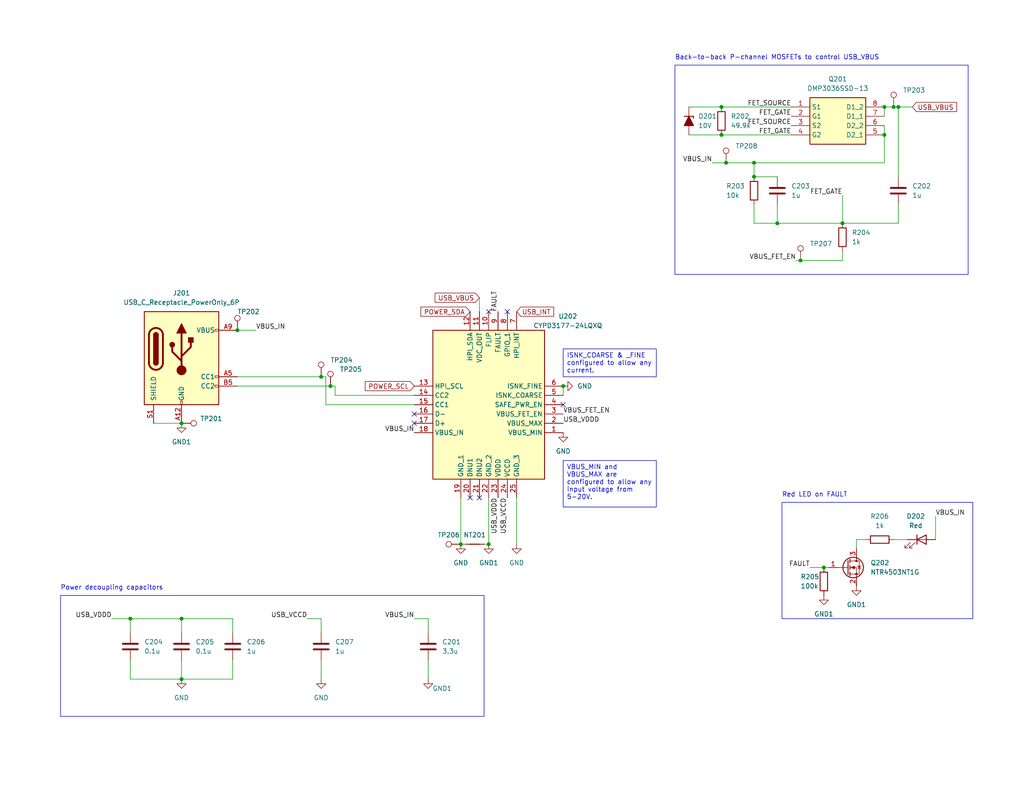
<source format=kicad_sch>
(kicad_sch (version 20230121) (generator eeschema)
  (paper "USLetter")
  (lib_symbols
    (symbol "CYPD3177-24lq:CYPD3177-24LQXQ"
      (property "Reference" "IC" (at 36.83 17.78 0))
      (property "Value" "CYPD3177-24LQXQ" (at 36.83 15.24 0))
      (symbol "CYPD3177-24LQXQ_1_1"
        (rectangle (start 5.08 12.7) (end 35.56 -27.94) (stroke (width 0.254)) (fill (type background)))
        (pin passive line (at 0 0 0) (length 5.08) (name "VBUS_MIN") (number "1"))
        (pin passive line (at 20.32 -33.02 90) (length 5.08) (name "FLIP") (number "10"))
        (pin passive line (at 22.86 -33.02 90) (length 5.08) (name "VDC_OUT") (number "11"))
        (pin passive line (at 25.4 -33.02 90) (length 5.08) (name "HPI_SDA") (number "12"))
        (pin passive line (at 40.64 -12.7 180) (length 5.08) (name "HPI_SCL") (number "13"))
        (pin passive line (at 40.64 -10.16 180) (length 5.08) (name "CC2") (number "14"))
        (pin passive line (at 40.64 -7.62 180) (length 5.08) (name "CC1") (number "15"))
        (pin passive line (at 40.64 -5.08 180) (length 5.08) (name "D-") (number "16"))
        (pin passive line (at 40.64 -2.54 180) (length 5.08) (name "D+") (number "17"))
        (pin passive line (at 40.64 0 180) (length 5.08) (name "VBUS_IN") (number "18"))
        (pin passive line (at 27.94 17.78 270) (length 5.08) (name "GND_1") (number "19"))
        (pin passive line (at 0 -2.54 0) (length 5.08) (name "VBUS_MAX") (number "2"))
        (pin passive line (at 25.4 17.78 270) (length 5.08) (name "DNU1") (number "20"))
        (pin passive line (at 22.86 17.78 270) (length 5.08) (name "DNU2") (number "21"))
        (pin passive line (at 20.32 17.78 270) (length 5.08) (name "GND_2") (number "22"))
        (pin passive line (at 17.78 17.78 270) (length 5.08) (name "VDDD") (number "23"))
        (pin passive line (at 15.24 17.78 270) (length 5.08) (name "VCCD") (number "24"))
        (pin passive line (at 12.7 17.78 270) (length 5.08) (name "GND_3") (number "25"))
        (pin passive line (at 0 -5.08 0) (length 5.08) (name "VBUS_FET_EN") (number "3"))
        (pin passive line (at 0 -7.62 0) (length 5.08) (name "SAFE_PWR_EN") (number "4"))
        (pin passive line (at 0 -10.16 0) (length 5.08) (name "ISNK_COARSE") (number "5"))
        (pin passive line (at 0 -12.7 0) (length 5.08) (name "ISNK_FINE") (number "6"))
        (pin passive line (at 12.7 -33.02 90) (length 5.08) (name "HPI_INT") (number "7"))
        (pin passive line (at 15.24 -33.02 90) (length 5.08) (name "GPIO_1") (number "8"))
        (pin passive line (at 17.78 -33.02 90) (length 5.08) (name "FAULT") (number "9"))
      )
    )
    (symbol "Connector:TestPoint" (pin_numbers hide) (pin_names (offset 0.762) hide)
      (property "Reference" "TP" (at 0 6.858 0))
      (property "Value" "TestPoint" (at 0 5.08 0))
      (symbol "TestPoint_0_1"
        (circle (center 0 3.302) (radius 0.762))
      )
      (symbol "TestPoint_1_1"
        (pin passive line (at 0 0 90) (length 2.54) (name "1") (number "1"))
      )
    )
    (symbol "Connector:USB_C_Receptacle_PowerOnly_6P" (pin_names (offset 1.016))
      (property "Reference" "J" (at 0 16.51 0))
      (property "Value" "USB_C_Receptacle_PowerOnly_6P" (at 0 13.97 0))
      (symbol "USB_C_Receptacle_PowerOnly_6P_0_0"
        (rectangle (start -0.254 -12.7) (end 0.254 -11.684))
        (rectangle (start 10.16 -7.366) (end 9.144 -7.874))
        (rectangle (start 10.16 -4.826) (end 9.144 -5.334))
        (rectangle (start 10.16 7.874) (end 9.144 7.366))
      )
      (symbol "USB_C_Receptacle_PowerOnly_6P_0_1"
        (rectangle (start -10.16 12.7) (end 10.16 -12.7) (stroke (width 0.254)) (fill (type background)))
        (arc (start -8.89 -1.27) (mid -6.985 -3.1667) (end -5.08 -1.27) (stroke (width 0.508)))
        (arc (start -7.62 -1.27) (mid -6.985 -1.9023) (end -6.35 -1.27) (stroke (width 0.254)))
        (arc (start -7.62 -1.27) (mid -6.985 -1.9023) (end -6.35 -1.27) (stroke (width 0.254)) (fill (type outline)))
        (rectangle (start -7.62 -1.27) (end -6.35 6.35) (stroke (width 0.254)) (fill (type outline)))
        (arc (start -6.35 6.35) (mid -6.985 6.9823) (end -7.62 6.35) (stroke (width 0.254)))
        (arc (start -6.35 6.35) (mid -6.985 6.9823) (end -7.62 6.35) (stroke (width 0.254)) (fill (type outline)))
        (arc (start -5.08 6.35) (mid -6.985 8.2467) (end -8.89 6.35) (stroke (width 0.508)))
        (circle (center -2.54 3.683) (radius 0.635) (stroke (width 0.254)) (fill (type outline)))
        (circle (center 0 -3.302) (radius 1.27) (fill (type outline)))
        (polyline (pts (xy -8.89 -1.27) (xy -8.89 6.35)) (stroke (width 0.508)))
        (polyline (pts (xy -5.08 6.35) (xy -5.08 -1.27)) (stroke (width 0.508)))
        (polyline (pts (xy 0 -3.302) (xy 0 6.858)) (stroke (width 0.508)))
        (polyline (pts (xy 0 -0.762) (xy -2.54 1.778) (xy -2.54 3.048)) (stroke (width 0.508)))
        (polyline (pts (xy 0 0.508) (xy 2.54 3.048) (xy 2.54 4.318)) (stroke (width 0.508)))
        (polyline (pts (xy -1.27 6.858) (xy 0 9.398) (xy 1.27 6.858) (xy -1.27 6.858)) (stroke (width 0.254)) (fill (type outline)))
        (rectangle (start 1.905 4.318) (end 3.175 5.588) (stroke (width 0.254)) (fill (type outline)))
      )
      (symbol "USB_C_Receptacle_PowerOnly_6P_1_1"
        (pin passive line (at 0 -17.78 90) (length 5.08) (name "GND") (number "A12"))
        (pin bidirectional line (at 15.24 -5.08 180) (length 5.08) (name "CC1") (number "A5"))
        (pin passive line (at 15.24 7.62 180) (length 5.08) (name "VBUS") (number "A9"))
        (pin passive line (at 0 -17.78 90) (length 5.08) hide (name "GND") (number "B12"))
        (pin bidirectional line (at 15.24 -7.62 180) (length 5.08) (name "CC2") (number "B5"))
        (pin passive line (at 15.24 7.62 180) (length 5.08) hide (name "VBUS") (number "B9"))
        (pin passive line (at -7.62 -17.78 90) (length 5.08) (name "SHIELD") (number "S1"))
      )
    )
    (symbol "DMP3036SSD-13:DMP3036SSD-13"
      (property "Reference" "Q" (at 21.59 7.62 0))
      (property "Value" "DMP3036SSD-13" (at 21.59 5.08 0))
      (symbol "DMP3036SSD-13_1_1"
        (rectangle (start 5.08 2.54) (end 20.32 -10.16) (stroke (width 0.254)) (fill (type background)))
        (pin passive line (at 0 0 0) (length 5.08) (name "S1") (number "1"))
        (pin passive line (at 0 -2.54 0) (length 5.08) (name "G1") (number "2"))
        (pin passive line (at 0 -5.08 0) (length 5.08) (name "S2") (number "3"))
        (pin passive line (at 0 -7.62 0) (length 5.08) (name "G2") (number "4"))
        (pin passive line (at 25.4 -7.62 180) (length 5.08) (name "D2_1") (number "5"))
        (pin passive line (at 25.4 -5.08 180) (length 5.08) (name "D2_2") (number "6"))
        (pin passive line (at 25.4 -2.54 180) (length 5.08) (name "D1_1") (number "7"))
        (pin passive line (at 25.4 0 180) (length 5.08) (name "D1_2") (number "8"))
      )
    )
    (symbol "Device:C" (pin_numbers hide) (pin_names (offset 0.254))
      (property "Reference" "C" (at 0.635 2.54 0))
      (property "Value" "C" (at 0.635 -2.54 0))
      (symbol "C_0_1"
        (polyline (pts (xy -2.032 -0.762) (xy 2.032 -0.762)) (stroke (width 0.508)))
        (polyline (pts (xy -2.032 0.762) (xy 2.032 0.762)) (stroke (width 0.508)))
      )
      (symbol "C_1_1"
        (pin passive line (at 0 3.81 270) (length 2.794) (name "~") (number "1"))
        (pin passive line (at 0 -3.81 90) (length 2.794) (name "~") (number "2"))
      )
    )
    (symbol "Device:D_Zener_Filled" (pin_numbers hide) (pin_names (offset 1.016) hide)
      (property "Reference" "D" (at 0 2.54 0))
      (property "Value" "D_Zener_Filled" (at 0 -2.54 0))
      (symbol "D_Zener_Filled_0_1"
        (polyline (pts (xy 1.27 0) (xy -1.27 0)))
        (polyline (pts (xy -1.27 -1.27) (xy -1.27 1.27) (xy -0.762 1.27)) (stroke (width 0.254)))
        (polyline (pts (xy 1.27 -1.27) (xy 1.27 1.27) (xy -1.27 0) (xy 1.27 -1.27)) (stroke (width 0.254)) (fill (type outline)))
      )
      (symbol "D_Zener_Filled_1_1"
        (pin passive line (at -3.81 0 0) (length 2.54) (name "K") (number "1"))
        (pin passive line (at 3.81 0 180) (length 2.54) (name "A") (number "2"))
      )
    )
    (symbol "Device:LED" (pin_numbers hide) (pin_names (offset 1.016) hide)
      (property "Reference" "D" (at 0 2.54 0))
      (property "Value" "LED" (at 0 -2.54 0))
      (symbol "LED_0_1"
        (polyline (pts (xy -1.27 -1.27) (xy -1.27 1.27)) (stroke (width 0.254)))
        (polyline (pts (xy -1.27 0) (xy 1.27 0)))
        (polyline (pts (xy 1.27 -1.27) (xy 1.27 1.27) (xy -1.27 0) (xy 1.27 -1.27)) (stroke (width 0.254)))
        (polyline (pts (xy -3.048 -0.762) (xy -4.572 -2.286) (xy -3.81 -2.286) (xy -4.572 -2.286) (xy -4.572 -1.524)))
        (polyline (pts (xy -1.778 -0.762) (xy -3.302 -2.286) (xy -2.54 -2.286) (xy -3.302 -2.286) (xy -3.302 -1.524)))
      )
      (symbol "LED_1_1"
        (pin passive line (at -3.81 0 0) (length 2.54) (name "K") (number "1"))
        (pin passive line (at 3.81 0 180) (length 2.54) (name "A") (number "2"))
      )
    )
    (symbol "Device:NetTie_2" (pin_numbers hide) (pin_names (offset 0) hide) (in_bom no)
      (property "Reference" "NT" (at 0 1.27 0))
      (property "Value" "NetTie_2" (at 0 -1.27 0))
      (symbol "NetTie_2_0_1"
        (polyline (pts (xy -1.27 0) (xy 1.27 0)) (stroke (width 0.254)))
      )
      (symbol "NetTie_2_1_1"
        (pin passive line (at -2.54 0 0) (length 2.54) (name "1") (number "1"))
        (pin passive line (at 2.54 0 180) (length 2.54) (name "2") (number "2"))
      )
    )
    (symbol "Device:R" (pin_numbers hide) (pin_names (offset 0))
      (property "Reference" "R" (at 2.032 0 90))
      (property "Value" "R" (at 0 0 90))
      (symbol "R_0_1"
        (rectangle (start -1.016 -2.54) (end 1.016 2.54) (stroke (width 0.254)))
      )
      (symbol "R_1_1"
        (pin passive line (at 0 3.81 270) (length 1.27) (name "~") (number "1"))
        (pin passive line (at 0 -3.81 90) (length 1.27) (name "~") (number "2"))
      )
    )
    (symbol "Transistor_FET:BSS138" (pin_names hide)
      (property "Reference" "Q" (at 5.08 1.905 0))
      (property "Value" "BSS138" (at 5.08 0 0))
      (symbol "BSS138_0_1"
        (polyline (pts (xy 0.254 0) (xy -2.54 0)))
        (polyline (pts (xy 0.254 1.905) (xy 0.254 -1.905)) (stroke (width 0.254)))
        (polyline (pts (xy 0.762 -1.27) (xy 0.762 -2.286)) (stroke (width 0.254)))
        (polyline (pts (xy 0.762 0.508) (xy 0.762 -0.508)) (stroke (width 0.254)))
        (polyline (pts (xy 0.762 2.286) (xy 0.762 1.27)) (stroke (width 0.254)))
        (polyline (pts (xy 2.54 2.54) (xy 2.54 1.778)))
        (polyline (pts (xy 2.54 -2.54) (xy 2.54 0) (xy 0.762 0)))
        (polyline (pts (xy 0.762 -1.778) (xy 3.302 -1.778) (xy 3.302 1.778) (xy 0.762 1.778)))
        (polyline (pts (xy 1.016 0) (xy 2.032 0.381) (xy 2.032 -0.381) (xy 1.016 0)) (fill (type outline)))
        (polyline (pts (xy 2.794 0.508) (xy 2.921 0.381) (xy 3.683 0.381) (xy 3.81 0.254)))
        (polyline (pts (xy 3.302 0.381) (xy 2.921 -0.254) (xy 3.683 -0.254) (xy 3.302 0.381)))
        (circle (center 1.651 0) (radius 2.794) (stroke (width 0.254)))
        (circle (center 2.54 -1.778) (radius 0.254) (fill (type outline)))
        (circle (center 2.54 1.778) (radius 0.254) (fill (type outline)))
      )
      (symbol "BSS138_1_1"
        (pin input line (at -5.08 0 0) (length 2.54) (name "G") (number "1"))
        (pin passive line (at 2.54 -5.08 90) (length 2.54) (name "S") (number "2"))
        (pin passive line (at 2.54 5.08 270) (length 2.54) (name "D") (number "3"))
      )
    )
    (symbol "power:GND" (power) (pin_names (offset 0))
      (property "Value" "GND" (at 0 -3.81 0))
      (symbol "GND_0_1"
        (polyline (pts (xy 0 0) (xy 0 -1.27) (xy 1.27 -1.27) (xy 0 -2.54) (xy -1.27 -1.27) (xy 0 -1.27)))
      )
      (symbol "GND_1_1"
        (pin power_in line (at 0 0 270) (length 0) hide (name "GND") (number "1"))
      )
    )
    (symbol "power:GND1" (power) (pin_names (offset 0))
      (property "Value" "GND1" (at 0 -3.81 0))
      (symbol "GND1_0_1"
        (polyline (pts (xy 0 0) (xy 0 -1.27) (xy 1.27 -1.27) (xy 0 -2.54) (xy -1.27 -1.27) (xy 0 -1.27)))
      )
      (symbol "GND1_1_1"
        (pin power_in line (at 0 0 270) (length 0) hide (name "GND1") (number "1"))
      )
    )
  )
  (junction (at 205.74 48.26))
  (junction (at 205.74 44.45))
  (junction (at 218.44 71.12))
  (junction (at 245.11 29.21))
  (junction (at 49.53 168.91))
  (junction (at 125.73 148.59))
  (junction (at 153.67 105.41))
  (junction (at 241.3 29.21))
  (junction (at 229.87 60.96))
  (junction (at 90.17 105.41))
  (junction (at 49.53 115.57))
  (junction (at 133.35 148.59))
  (junction (at 243.84 29.21))
  (junction (at 35.56 168.91))
  (junction (at 87.63 102.87))
  (junction (at 241.3 36.83))
  (junction (at 212.09 60.96))
  (junction (at 224.79 154.94))
  (junction (at 196.85 29.21))
  (junction (at 49.53 185.42))
  (junction (at 196.85 36.83))
  (junction (at 198.12 44.45))
  (junction (at 64.77 90.17))
  (no_connect (at 133.35 85.09))
  (no_connect (at 113.03 113.03))
  (no_connect (at 153.67 110.49))
  (no_connect (at 138.43 85.09))
  (no_connect (at 130.81 135.89))
  (no_connect (at 113.03 115.57))
  (no_connect (at 128.27 135.89))
  (wire (pts (xy 233.68 147.32) (xy 233.68 149.86)))
  (wire (pts (xy 30.48 168.91) (xy 35.56 168.91)))
  (wire (pts (xy 241.3 29.21) (xy 243.84 29.21)))
  (wire (pts (xy 116.84 168.91) (xy 116.84 172.72)))
  (wire (pts (xy 241.3 34.29) (xy 241.3 36.83)))
  (wire (pts (xy 241.3 44.45) (xy 205.74 44.45)))
  (wire (pts (xy 90.17 105.41) (xy 64.77 105.41)))
  (wire (pts (xy 63.5 168.91) (xy 63.5 172.72)))
  (wire (pts (xy 196.85 29.21) (xy 215.9 29.21)))
  (wire (pts (xy 187.96 36.83) (xy 196.85 36.83)))
  (wire (pts (xy 130.81 81.28) (xy 130.81 85.09)))
  (wire (pts (xy 245.11 60.96) (xy 229.87 60.96)))
  (wire (pts (xy 88.9 110.49) (xy 113.03 110.49)))
  (wire (pts (xy 218.44 71.12) (xy 229.87 71.12)))
  (wire (pts (xy 205.74 60.96) (xy 212.09 60.96)))
  (wire (pts (xy 63.5 185.42) (xy 49.53 185.42)))
  (wire (pts (xy 198.12 44.45) (xy 205.74 44.45)))
  (wire (pts (xy 220.98 154.94) (xy 224.79 154.94)))
  (wire (pts (xy 255.27 140.97) (xy 255.27 147.32)))
  (wire (pts (xy 35.56 180.34) (xy 35.56 185.42)))
  (wire (pts (xy 35.56 168.91) (xy 49.53 168.91)))
  (wire (pts (xy 212.09 55.88) (xy 212.09 60.96)))
  (wire (pts (xy 243.84 147.32) (xy 247.65 147.32)))
  (wire (pts (xy 153.67 105.41) (xy 153.67 107.95)))
  (wire (pts (xy 113.03 168.91) (xy 116.84 168.91)))
  (wire (pts (xy 245.11 55.88) (xy 245.11 60.96)))
  (wire (pts (xy 236.22 147.32) (xy 233.68 147.32)))
  (wire (pts (xy 243.84 29.21) (xy 245.11 29.21)))
  (wire (pts (xy 241.3 29.21) (xy 241.3 31.75)))
  (wire (pts (xy 116.84 180.34) (xy 116.84 185.42)))
  (wire (pts (xy 229.87 53.34) (xy 229.87 60.96)))
  (wire (pts (xy 91.44 105.41) (xy 90.17 105.41)))
  (wire (pts (xy 49.53 168.91) (xy 49.53 172.72)))
  (wire (pts (xy 196.85 36.83) (xy 215.9 36.83)))
  (wire (pts (xy 87.63 168.91) (xy 87.63 172.72)))
  (wire (pts (xy 125.73 148.59) (xy 127 148.59)))
  (wire (pts (xy 49.53 168.91) (xy 63.5 168.91)))
  (wire (pts (xy 87.63 180.34) (xy 87.63 185.42)))
  (wire (pts (xy 205.74 55.88) (xy 205.74 60.96)))
  (wire (pts (xy 140.97 148.59) (xy 140.97 135.89)))
  (wire (pts (xy 229.87 71.12) (xy 229.87 68.58)))
  (wire (pts (xy 125.73 148.59) (xy 125.73 135.89)))
  (wire (pts (xy 91.44 105.41) (xy 91.44 107.95)))
  (wire (pts (xy 133.35 148.59) (xy 133.35 135.89)))
  (wire (pts (xy 132.08 148.59) (xy 133.35 148.59)))
  (wire (pts (xy 187.96 29.21) (xy 196.85 29.21)))
  (wire (pts (xy 194.31 44.45) (xy 198.12 44.45)))
  (wire (pts (xy 212.09 60.96) (xy 229.87 60.96)))
  (wire (pts (xy 88.9 102.87) (xy 88.9 110.49)))
  (wire (pts (xy 217.17 71.12) (xy 218.44 71.12)))
  (wire (pts (xy 205.74 48.26) (xy 212.09 48.26)))
  (wire (pts (xy 205.74 44.45) (xy 205.74 48.26)))
  (wire (pts (xy 83.82 168.91) (xy 87.63 168.91)))
  (wire (pts (xy 245.11 29.21) (xy 248.92 29.21)))
  (wire (pts (xy 64.77 90.17) (xy 69.85 90.17)))
  (wire (pts (xy 224.79 154.94) (xy 226.06 154.94)))
  (wire (pts (xy 41.91 115.57) (xy 49.53 115.57)))
  (wire (pts (xy 241.3 36.83) (xy 241.3 44.45)))
  (wire (pts (xy 87.63 102.87) (xy 64.77 102.87)))
  (wire (pts (xy 91.44 107.95) (xy 113.03 107.95)))
  (wire (pts (xy 63.5 180.34) (xy 63.5 185.42)))
  (wire (pts (xy 35.56 185.42) (xy 49.53 185.42)))
  (wire (pts (xy 88.9 102.87) (xy 87.63 102.87)))
  (wire (pts (xy 245.11 29.21) (xy 245.11 48.26)))
  (wire (pts (xy 35.56 172.72) (xy 35.56 168.91)))
  (wire (pts (xy 49.53 180.34) (xy 49.53 185.42)))
  (rectangle (start 16.51 162.56) (end 132.08 195.58))
  (rectangle (start 213.36 137.16) (end 265.43 168.91))
  (rectangle (start 184.15 17.78) (end 264.16 74.93))
  (text_box "VBUS_MIN and VBUS_MAX are configured to allow any input voltage from 5-20V." (at 153.67 125.73 0) (size 25.4 12.7) (effects (font (size 1.27 1.27)) (justify left top)))
  (text_box "ISNK_COARSE & _FINE configured to allow any current." (at 153.67 95.25 0) (size 25.4 7.62) (effects (font (size 1.27 1.27)) (justify left top)))
  (text "Back-to-back P-channel MOSFETs to control USB_VBUS" (at 184.15 16.51 0) (effects (font (size 1.27 1.27)) (justify left bottom)))
  (text "Power decoupling capacitors" (at 16.51 161.29 0) (effects (font (size 1.27 1.27)) (justify left bottom)))
  (text "Red LED on FAULT" (at 213.36 135.89 0) (effects (font (size 1.27 1.27)) (justify left bottom)))
  (label "USB_VCCD" (at 138.43 135.89 270))
  (label "VBUS_IN" (at 255.27 140.97 0))
  (label "FET_GATE" (at 215.9 31.75 180))
  (label "USB_VCCD" (at 83.82 168.91 180))
  (label "FAULT" (at 220.98 154.94 180))
  (label "USB_VDDD" (at 30.48 168.91 180))
  (label "VBUS_FET_EN" (at 153.67 113.03 0))
  (label "FET_GATE" (at 215.9 36.83 180))
  (label "FET_SOURCE" (at 215.9 29.21 180))
  (label "VBUS_IN" (at 113.03 118.11 180))
  (label "VBUS_IN" (at 69.85 90.17 0))
  (label "VBUS_IN" (at 113.03 168.91 180))
  (label "FET_GATE" (at 229.87 53.34 180))
  (label "USB_VDDD" (at 153.67 115.57 0))
  (label "FET_SOURCE" (at 215.9 34.29 180))
  (label "VBUS_IN" (at 194.31 44.45 180))
  (label "FAULT" (at 135.89 85.09 90))
  (label "VBUS_FET_EN" (at 217.17 71.12 180))
  (label "USB_VDDD" (at 135.89 135.89 270))
  (global_label "POWER_SCL" (shape input) (at 113.03 105.41 180) (property "Intersheetrefs" "${INTERSHEET_REFS}" (effects hide)))
  (global_label "USB_VBUS" (shape input) (at 130.81 81.28 180) (property "Intersheetrefs" "${INTERSHEET_REFS}" (effects hide)))
  (global_label "POWER_SDA" (shape input) (at 128.27 85.09 180) (property "Intersheetrefs" "${INTERSHEET_REFS}" (effects hide)))
  (global_label "USB_INT" (shape input) (at 140.97 85.09 0) (property "Intersheetrefs" "${INTERSHEET_REFS}" (effects hide)))
  (global_label "USB_VBUS" (shape input) (at 248.92 29.21 0) (property "Intersheetrefs" "${INTERSHEET_REFS}" (effects hide)))
  (symbol (lib_id "power:GND") (at 49.53 185.42 0) (unit 1)
    (property "Reference" "#PWR0205" (effects hide))
    (property "Value" "GND" (at 49.53 190.5 0))
  )
  (symbol (lib_id "Connector:TestPoint") (at 198.12 44.45 0) (unit 1)
    (property "Reference" "TP208" (at 200.66 39.878 0) (effects (justify left)))
    (property "Value" "TestPoint" (effects hide))
  )
  (symbol (lib_id "Device:R") (at 196.85 33.02 0) (unit 1)
    (property "Reference" "R202" (at 199.39 31.75 0) (effects (justify left)))
    (property "Value" "49.9k" (at 199.39 34.29 0) (effects (justify left)))
    (property "Footprint" "Resistor_SMD:R_0603_1608Metric" (effects hide))
    (property "MPN" "C227502" (effects hide))
    (property "Manufacturer" "YAGEO" (effects hide))
    (property "Manufacturer Part Number" "AC0603DR-0749K9L" (effects hide))
  )
  (symbol (lib_id "power:GND1") (at 116.84 185.42 0) (unit 1)
    (property "Reference" "#PWR07" (effects hide))
    (property "Value" "GND1" (at 120.65 187.96 0))
  )
  (symbol (lib_id "Device:C") (at 87.63 176.53 0) (unit 1)
    (property "Reference" "C207" (at 91.44 175.26 0) (effects (justify left)))
    (property "Value" "1u" (at 91.44 177.8 0) (effects (justify left)))
    (property "Footprint" "Capacitor_SMD:C_0805_2012Metric" (effects hide))
    (property "MPN" "C726584" (effects hide))
    (property "Manufacturer" "YAGEO" (effects hide))
    (property "Manufacturer Part Number" "AC0805KKX7R9BB105" (effects hide))
    (property "Active" "Y" (effects hide))
    (property "Specs" "1.8" (effects hide))
  )
  (symbol (lib_id "Connector:TestPoint") (at 90.17 105.41 0) (unit 1)
    (property "Reference" "TP205" (at 92.71 100.838 0) (effects (justify left)))
    (property "Value" "TestPoint" (effects hide))
  )
  (symbol (lib_id "power:GND") (at 140.97 148.59 0) (unit 1)
    (property "Reference" "#PWR0201" (effects hide))
    (property "Value" "GND" (at 140.97 153.67 0))
  )
  (symbol (lib_id "Connector:TestPoint") (at 64.77 90.17 0) (unit 1)
    (property "Reference" "TP202" (at 64.77 85.09 0) (effects (justify left)))
    (property "Value" "TestPoint" (effects hide))
    (property "Footprint" "TestPoint:TestPoint_Keystone_5005-5009_Compact" (effects hide))
    (property "MPN" "C238126" (effects hide))
    (property "Manufacturer" "Keystone" (effects hide))
    (property "Manufacturer Part Number" "5009" (effects hide))
  )
  (symbol (lib_id "Device:D_Zener_Filled") (at 187.96 33.02 270) (unit 1)
    (property "Reference" "D201" (at 190.5 31.75 90) (effects (justify left)))
    (property "Value" "10V" (at 190.5 34.29 90) (effects (justify left)))
    (property "Footprint" "Diode_SMD:D_SOD-323" (effects hide))
    (property "MPN" "C268644" (effects hide))
    (property "Manufacturer" "PANJIT International" (effects hide))
    (property "Manufacturer Part Number" "PDZ10B_R1_00001" (effects hide))
  )
  (symbol (lib_id "Connector:TestPoint") (at 87.63 102.87 0) (unit 1)
    (property "Reference" "TP204" (at 90.17 98.298 0) (effects (justify left)))
    (property "Value" "TestPoint" (effects hide))
  )
  (symbol (lib_id "Device:R") (at 205.74 52.07 0) (unit 1)
    (property "Reference" "R203" (at 198.12 50.8 0) (effects (justify left)))
    (property "Value" "10k" (at 198.12 53.34 0) (effects (justify left)))
    (property "Footprint" "Resistor_SMD:R_0603_1608Metric" (effects hide))
    (property "MPN" "C114851" (effects hide))
    (property "Manufacturer" "ROHM Semicon" (effects hide))
    (property "Manufacturer Part Number" "MCR03EZPJ103" (effects hide))
  )
  (symbol (lib_id "power:GND") (at 153.67 105.41 90) (unit 1)
    (property "Reference" "#PWR0204" (effects hide))
    (property "Value" "GND" (at 157.48 105.41 90) (effects (justify right)))
  )
  (symbol (lib_id "power:GND") (at 125.73 148.59 0) (unit 1)
    (property "Reference" "#PWR0202" (effects hide))
    (property "Value" "GND" (at 125.73 153.67 0))
  )
  (symbol (lib_id "power:GND1") (at 133.35 148.59 0) (unit 1)
    (property "Reference" "#PWR02" (effects hide))
    (property "Value" "GND1" (at 133.35 153.67 0))
  )
  (symbol (lib_id "Connector:TestPoint") (at 125.73 148.59 90) (unit 1)
    (property "Reference" "TP206" (at 122.428 146.05 90))
    (property "Value" "TestPoint" (effects hide))
  )
  (symbol (lib_id "Device:R") (at 224.79 158.75 0) (unit 1)
    (property "Reference" "R205" (at 218.44 157.48 0) (effects (justify left)))
    (property "Value" "100k" (at 218.44 160.02 0) (effects (justify left)))
    (property "Footprint" "Resistor_SMD:R_0402_1005Metric" (effects hide))
    (property "MPN" "C412435" (effects hide))
    (property "Manufacturer" "Viking Tech" (effects hide))
    (property "Manufacturer Part Number" "CR-02JL6--100K" (effects hide))
  )
  (symbol (lib_id "Device:C") (at 63.5 176.53 0) (unit 1)
    (property "Reference" "C206" (at 67.31 175.26 0) (effects (justify left)))
    (property "Value" "1u" (at 67.31 177.8 0) (effects (justify left)))
    (property "Footprint" "Capacitor_SMD:C_0805_2012Metric" (effects hide))
    (property "MPN" "C726584" (effects hide))
    (property "Manufacturer" "YAGEO" (effects hide))
    (property "Manufacturer Part Number" "AC0805KKX7R9BB105" (effects hide))
    (property "Active" "Y" (effects hide))
    (property "Specs" "3.3V" (effects hide))
  )
  (symbol (lib_id "Device:LED") (at 251.46 147.32 0) (unit 1)
    (property "Reference" "D202" (at 249.8725 140.97 0))
    (property "Value" "Red" (at 249.8725 143.51 0))
    (property "Footprint" "LED_SMD:LED_0603_1608Metric" (effects hide))
    (property "MPN" "C2693607" (effects hide))
    (property "Manufacturer" "ROHM Semicon" (effects hide))
    (property "Manufacturer Part Number" "SML-D12V8WT86" (effects hide))
  )
  (symbol (lib_id "Connector:USB_C_Receptacle_PowerOnly_6P") (at 49.53 97.79 0) (unit 1)
    (property "Reference" "J201" (at 49.53 80.01 0))
    (property "Value" "USB_C_Receptacle_PowerOnly_6P" (at 49.53 82.55 0))
    (property "Footprint" "Connector_USB:USB_C_Receptacle_G-Switch_GT-USB-7010ASV" (effects hide))
    (property "Datasheet" "https://www.usb.org/sites/default/files/documents/usb_type-c.zip" (effects hide))
    (property "MPN" "C2848975" (effects hide))
    (property "Manufacturer" "G-Switch" (effects hide))
    (property "Manufacturer Part Number" "GT-USB-7040C" (effects hide))
  )
  (symbol (lib_id "CYPD3177-24lq:CYPD3177-24LQXQ") (at 153.67 118.11 180) (unit 1)
    (property "Reference" "U202" (at 154.94 86.36 0))
    (property "Value" "CYPD3177-24LQXQ" (at 154.94 88.9 0))
    (property "Footprint" "QFN50P400X400X60-25N-D" (effects hide))
    (property "Datasheet" "https://au.mouser.com/datasheet/2/196/CYPR_S_A0012903526_1-3004964.pdf" (effects hide))
    (property "Height" "0.6" (effects hide))
    (property "Mouser Part Number" "727-CYPD3177-24LQXQ" (effects hide))
    (property "Mouser Price/Stock" "https://www.mouser.co.uk/ProductDetail/Infineon-Technologies/CYPD3177-24LQXQ?qs=PzGy0jfpSMvR3aDH5AdWfA%3D%3D" (effects hide))
    (property "Arrow Part Number" "CYPD3177-24LQXQ" (effects hide))
    (property "Arrow Price/Stock" "https://www.arrow.com/en/products/cypd3177-24lqxq/infineon-technologies-ag?region=nac" (effects hide))
    (property "MPN" "C2959321" (effects hide))
    (property "Manufacturer" "Infineon" (effects hide))
    (property "Manufacturer Part Number" "CYPD3177-24LQXQ" (effects hide))
    (property "Manufacturer_Name" "Infineon" (effects hide))
    (property "Manufacturer_Part_Number" "CYPD3177-24LQXQ" (effects hide))
  )
  (symbol (lib_id "power:GND1") (at 224.79 162.56 0) (unit 1)
    (property "Reference" "#PWR09" (effects hide))
    (property "Value" "GND1" (at 224.79 167.64 0))
  )
  (symbol (lib_id "DMP3036SSD-13:DMP3036SSD-13") (at 215.9 29.21 0) (unit 1)
    (property "Reference" "Q201" (at 228.6 21.59 0))
    (property "Value" "DMP3036SSD-13" (at 228.6 24.13 0))
    (property "Footprint" "SOIC127P600X175-8N" (effects hide))
    (property "Datasheet" "https://componentsearchengine.com/Datasheets/1/DMP3036SSD-13.pdf" (effects hide))
    (property "MPN" "C397950" (effects hide))
    (property "Designed Part Number" "IRF9358" (effects hide))
    (property "Designed Manufacturer" "Infineon" (effects hide))
    (property "Manufacturer Part Number" "DMP3036SSD-13" (effects hide))
    (property "Manufacturer" "Diodes Incorporated" (effects hide))
    (property "Height" "1.75" (effects hide))
    (property "Mouser Part Number" "621-DMP3036SSD-13" (effects hide))
    (property "Mouser Price/Stock" "https://www.mouser.co.uk/ProductDetail/Diodes-Incorporated/DMP3036SSD-13?qs=OVC8WVYZliQQ%252Bz8nd4Q8aA%3D%3D" (effects hide))
    (property "Arrow Part Number" "DMP3036SSD-13" (effects hide))
    (property "Arrow Price/Stock" "https://www.arrow.com/en/products/dmp3036ssd-13/diodes-incorporated?region=nac" (effects hide))
    (property "Manufacturer_Name" "Diodes Incorporated" (effects hide))
    (property "Manufacturer_Part_Number" "DMP3036SSD-13" (effects hide))
  )
  (symbol (lib_id "Transistor_FET:BSS138") (at 231.14 154.94 0) (unit 1)
    (property "Reference" "Q202" (at 237.49 153.67 0) (effects (justify left)))
    (property "Value" "NTR4503NT1G" (at 237.49 156.21 0) (effects (justify left)))
    (property "Footprint" "Package_TO_SOT_SMD:SOT-23" (effects hide))
    (property "Datasheet" "https://www.onsemi.com/pub/Collateral/BSS138-D.PDF" (effects hide))
    (property "MPN" "C94763" (effects hide))
    (property "Manufacturer" "onsemi" (effects hide))
    (property "Manufacturer Part Number" "NTR4503NT1G" (effects hide))
  )
  (symbol (lib_id "Device:R") (at 229.87 64.77 0) (unit 1)
    (property "Reference" "R204" (at 232.41 63.5 0) (effects (justify left)))
    (property "Value" "1k" (at 232.41 66.04 0) (effects (justify left)))
    (property "Footprint" "Resistor_SMD:R_0402_1005Metric" (effects hide))
    (property "MPN" "C224523" (effects hide))
    (property "Manufacturer" "ROHM Semicon" (effects hide))
    (property "Manufacturer Part Number" "MCR01MRTF1001" (effects hide))
  )
  (symbol (lib_id "power:GND1") (at 233.68 160.02 0) (unit 1)
    (property "Reference" "#PWR08" (effects hide))
    (property "Value" "GND1" (at 233.68 165.1 0))
  )
  (symbol (lib_id "power:GND") (at 153.67 118.11 0) (unit 1)
    (property "Reference" "#PWR0203" (effects hide))
    (property "Value" "GND" (at 153.67 123.19 0))
  )
  (symbol (lib_id "Connector:TestPoint") (at 49.53 115.57 270) (unit 1)
    (property "Reference" "TP201" (at 54.61 114.3 90) (effects (justify left)))
    (property "Value" "TestPoint" (effects hide))
    (property "Footprint" "TestPoint:TestPoint_Keystone_5005-5009_Compact" (effects hide))
    (property "MPN" "C2906764" (effects hide))
    (property "Manufacturer" "Keystone" (effects hide))
    (property "Manufacturer Part Number" "5006" (effects hide))
  )
  (symbol (lib_id "Device:C") (at 245.11 52.07 0) (unit 1)
    (property "Reference" "C202" (at 248.92 50.8 0) (effects (justify left)))
    (property "Value" "1u" (at 248.92 53.34 0) (effects (justify left)))
    (property "Footprint" "Capacitor_SMD:C_0805_2012Metric" (effects hide))
    (property "Manufacturer" "YAGEO" (effects hide))
    (property "MPN" "C726584" (effects hide))
    (property "Manufacturer Part Number" "AC0805KKX7R9BB105" (effects hide))
    (property "Active" "Y" (effects hide))
    (property "Specs" "35V" (effects hide))
  )
  (symbol (lib_id "Device:C") (at 35.56 176.53 0) (unit 1)
    (property "Reference" "C204" (at 39.37 175.26 0) (effects (justify left)))
    (property "Value" "0.1u" (at 39.37 177.8 0) (effects (justify left)))
    (property "Footprint" "Capacitor_SMD:C_0402_1005Metric" (effects hide))
    (property "MPN" "C161115" (effects hide))
    (property "Manufacturer" "Murata Electronics" (effects hide))
    (property "Manufacturer Part Number" "GCJ188R71H104KA12D" (effects hide))
    (property "Active" "Y" (effects hide))
  )
  (symbol (lib_id "Device:C") (at 49.53 176.53 0) (unit 1)
    (property "Reference" "C205" (at 53.34 175.26 0) (effects (justify left)))
    (property "Value" "0.1u" (at 53.34 177.8 0) (effects (justify left)))
    (property "Footprint" "Capacitor_SMD:C_0402_1005Metric" (effects hide))
    (property "MPN" "C161115" (effects hide))
    (property "Manufacturer" "Murata Electronics" (effects hide))
    (property "Manufacturer Part Number" "GCJ188R71H104KA12D" (effects hide))
    (property "Active" "Y" (effects hide))
  )
  (symbol (lib_id "Connector:TestPoint") (at 243.84 29.21 0) (unit 1)
    (property "Reference" "TP203" (at 246.38 24.638 0) (effects (justify left)))
    (property "Value" "TestPoint" (effects hide))
    (property "Footprint" "TestPoint:TestPoint_Keystone_5005-5009_Compact" (effects hide))
    (property "MPN" "C238126" (effects hide))
    (property "Manufacturer" "Keystone" (effects hide))
    (property "Manufacturer Part Number" "5009" (effects hide))
  )
  (symbol (lib_id "power:GND") (at 87.63 185.42 0) (unit 1)
    (property "Reference" "#PWR0206" (effects hide))
    (property "Value" "GND" (at 87.63 190.5 0))
  )
  (symbol (lib_id "Device:R") (at 240.03 147.32 90) (unit 1)
    (property "Reference" "R206" (at 240.03 140.97 90))
    (property "Value" "1k" (at 240.03 143.51 90))
    (property "Footprint" "Resistor_SMD:R_0402_1005Metric" (effects hide))
    (property "MPN" "C224523" (effects hide))
    (property "Manufacturer" "ROHM Semicon" (effects hide))
    (property "Manufacturer Part Number" "MCR01MRTF1001" (effects hide))
  )
  (symbol (lib_id "Device:C") (at 116.84 176.53 0) (unit 1)
    (property "Reference" "C201" (at 120.65 175.26 0) (effects (justify left)))
    (property "Value" "3.3u" (at 120.65 177.8 0) (effects (justify left)))
    (property "Footprint" "Capacitor_SMD:CP_Elec_4x5.4" (effects hide))
    (property "MPN" "C336452" (effects hide))
    (property "Manufacturer" "PANASONIC" (effects hide))
    (property "Manufacturer Part Number" "EEE1HA3R3SR" (effects hide))
    (property "Active" "Not recommended for new designs" (effects hide))
    (property "Specs" "50V" (effects hide))
  )
  (symbol (lib_id "power:GND1") (at 49.53 115.57 0) (unit 1)
    (property "Reference" "#PWR01" (effects hide))
    (property "Value" "GND1" (at 49.53 120.65 0))
  )
  (symbol (lib_id "Connector:TestPoint") (at 218.44 71.12 0) (unit 1)
    (property "Reference" "TP207" (at 220.98 66.548 0) (effects (justify left)))
    (property "Value" "TestPoint" (effects hide))
  )
  (symbol (lib_id "Device:C") (at 212.09 52.07 0) (unit 1)
    (property "Reference" "C203" (at 215.9 50.8 0) (effects (justify left)))
    (property "Value" "1u" (at 215.9 53.34 0) (effects (justify left)))
    (property "Footprint" "Capacitor_SMD:C_0805_2012Metric" (effects hide))
    (property "MPN" "C726584" (effects hide))
    (property "Manufacturer" "YAGEO" (effects hide))
    (property "Manufacturer Part Number" "AC0805KKX7R9BB105" (effects hide))
    (property "Active" "Y" (effects hide))
    (property "Specs" "35V" (effects hide))
  )
  (symbol (lib_id "Device:NetTie_2") (at 129.54 148.59 0) (unit 1) (in_bom no)
    (property "Reference" "NT201" (at 129.54 146.05 0))
    (property "Value" "NetTie_2" (effects hide))
    (property "Footprint" "NetTie:NetTie-2_SMD_Pad2.0mm" (effects hide))
  )
)
</source>
